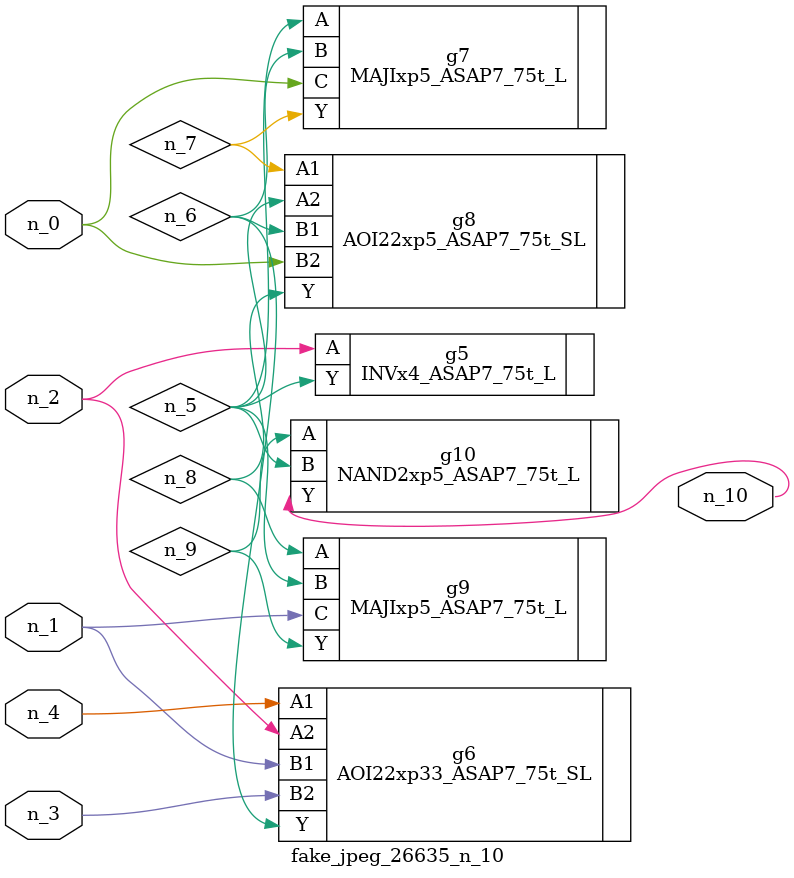
<source format=v>
module fake_jpeg_26635_n_10 (n_3, n_2, n_1, n_0, n_4, n_10);

input n_3;
input n_2;
input n_1;
input n_0;
input n_4;

output n_10;

wire n_8;
wire n_9;
wire n_6;
wire n_5;
wire n_7;

INVx4_ASAP7_75t_L g5 ( 
.A(n_2),
.Y(n_5)
);

AOI22xp33_ASAP7_75t_SL g6 ( 
.A1(n_4),
.A2(n_2),
.B1(n_1),
.B2(n_3),
.Y(n_6)
);

MAJIxp5_ASAP7_75t_L g7 ( 
.A(n_5),
.B(n_6),
.C(n_0),
.Y(n_7)
);

AOI22xp5_ASAP7_75t_SL g8 ( 
.A1(n_7),
.A2(n_5),
.B1(n_6),
.B2(n_0),
.Y(n_8)
);

MAJIxp5_ASAP7_75t_L g9 ( 
.A(n_8),
.B(n_5),
.C(n_1),
.Y(n_9)
);

NAND2xp5_ASAP7_75t_L g10 ( 
.A(n_9),
.B(n_5),
.Y(n_10)
);


endmodule
</source>
